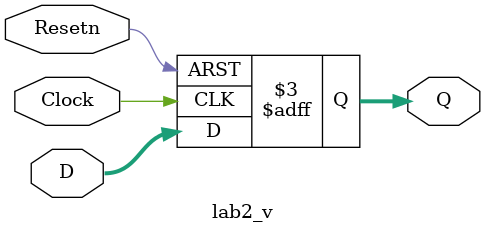
<source format=v>
module lab2_v(D, Clock, Resetn, Q);
	input [2:0]D;
	input Clock, Resetn;
	output reg [2:0]Q;
	
	always @(posedge Clock, negedge Resetn)

	if(Resetn==0)
	 	Q<=(3'b000);
	else
		Q<=D;

endmodule 
</source>
